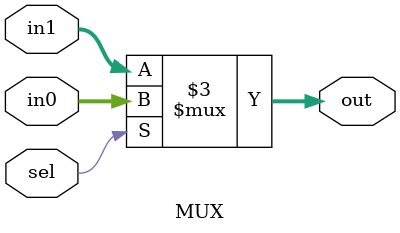
<source format=v>
`timescale 1ns / 1ps
module MUX(
  	       input [31:0] in0, in1,
	       input  wire sel,
	       output reg [31:0] out  
	       );

   always @(in0, in1, sel)
     begin
	if (sel)
	  out = in0;
	else
	  out = in1;
     end
   
endmodule 

</source>
